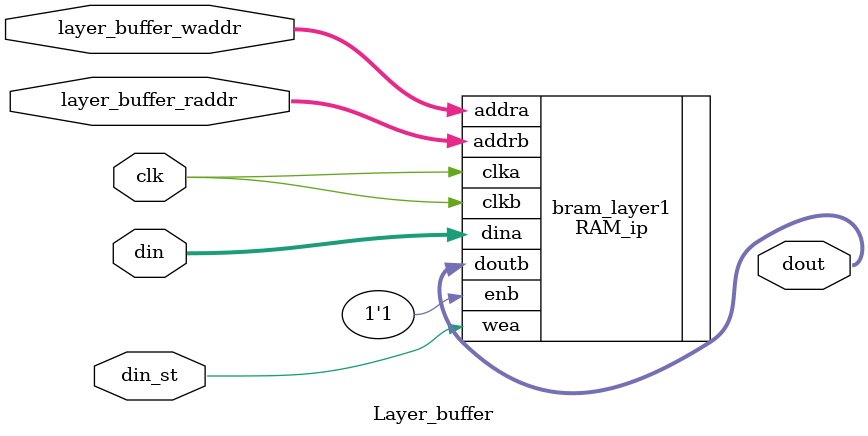
<source format=v>


module Layer_buffer #(

    parameter dwidth = 16,
    parameter PE_Num = 8

)(
    input wire clk,
    input wire din_st,
    input wire [7:0] layer_buffer_raddr,
    input wire [7:0] layer_buffer_waddr,
    input wire signed  [PE_Num*dwidth-1:0] din,

    output wire signed [PE_Num*dwidth-1:0] dout
);
    
    RAM_ip bram_layer1(
        .clka(clk),    
        .wea(din_st),     
        .addra(layer_buffer_waddr),  
        .dina(din),    
        .clkb(clk),  
        .enb(1'b1),  
        .addrb(layer_buffer_raddr),  
        .doutb(dout)  
    );
    
endmodule
</source>
